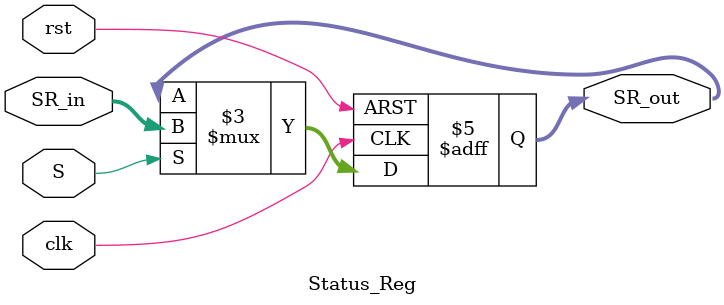
<source format=v>
module Status_Reg(
    input clk, rst, S,
    input [3:0] SR_in,
    output reg [3:0] SR_out
);

    always @(negedge clk, posedge rst) begin
        if (rst) begin
            SR_out <= 4'b0;
        end
        else if (S == 1'b1) begin
            SR_out <= SR_in;
        end
    end

endmodule
</source>
